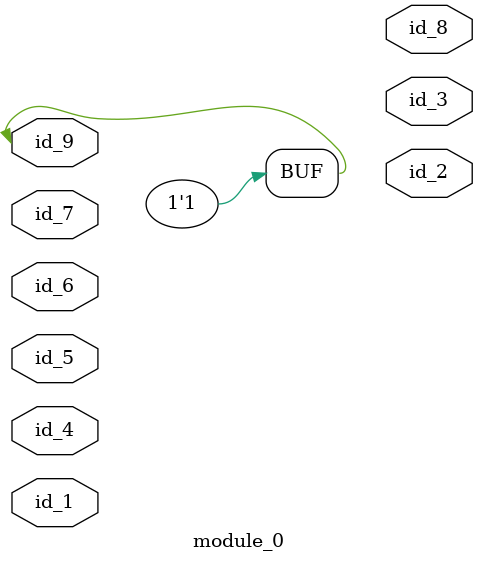
<source format=v>
module module_0 (
    id_1,
    id_2,
    id_3,
    id_4,
    id_5,
    id_6,
    id_7,
    id_8,
    id_9
);
  inout id_9;
  output id_8;
  input id_7;
  inout id_6;
  inout id_5;
  input id_4;
  output id_3;
  output id_2;
  inout id_1;
  assign id_9 = 1;
endmodule

</source>
